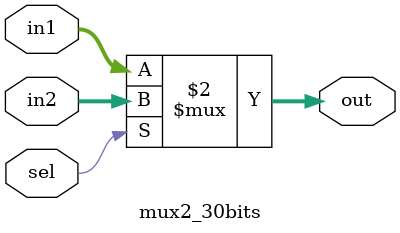
<source format=v>
`timescale 1ns / 1ps

/*================================================================================
This HDL-source code of the Ring-LWE Encryption Scheme is released under the 
MPL 1.1/GPL 2.0/LGPL 2.1 triple license.

------------------------------------------------------------------------------
Copyright (c) 2014, KU Leuven. All rights reserved.

The initial developer of this source code is Sujoy Sinha Roy, KU Leuven.
Contact Sujoy.SinhaRoy@esat.kuleuven.be for comments & questions.
Redistribution and use in source and binary forms, with or without
modification, are permitted provided that the following conditions are met:

  1. Redistributions of source code must retain the above copyright notice,
     this list of conditions and the following disclaimer.

  2. Redistributions in binary form must reproduce the above copyright 
     notice, this list of conditions and the following disclaimer in 
     the documentation and/or other materials provided with the distribution.

  3. The names of the authors may not be used to endorse or promote products
     derived from this HDL-source code without specific prior written permission.

THIS HDL-SOURCE CODE IS PROVIDED ``AS IS'' AND ANY EXPRESSED OR IMPLIED 
WARRANTIES, INCLUDING, BUT NOT LIMITED TO, THE IMPLIED WARRANTIES OF MERCHANTABILITY 
AND FITNESS FOR A PARTICULAR PURPOSE ARE DISCLAIMED. IN NO EVENT SHALL KU LEUVEN OR 
ANY CONTRIBUTORS TO THIS HDL-SOURCE CODE BE LIABLE FOR ANY DIRECT, INDIRECT, 
INCIDENTAL, SPECIAL, EXEMPLARY, OR CONSEQUENTIAL DAMAGES (INCLUDING, BUT NOT LIMITED TO, 
PROCUREMENT OF SUBSTITUTE GOODS OR SERVICES; LOSS OF USE, DATA, OR PROFITS; OR BUSINESS 
INTERRUPTION) HOWEVER CAUSED AND ON ANY THEORY OF LIABILITY, WHETHER IN CONTRACT, 
STRICT LIABILITY, OR TORT (INCLUDING NEGLIGENCE OR OTHERWISE) ARISING IN ANY WAY OUT 
OF THE USE OF THIS SOFTWARE, EVEN IF ADVISED OF THE POSSIBILITY OF SUCH DAMAGE.

================================================================================*/

/*
module mux2_18bits(in1, in2, sel, out);

input [17:0] in1, in2;
input sel;
output [17:0] out;

assign out = (sel==0) ? in1 : in2;

endmodule
*/

module mux2_30bits(in1, in2, sel, out);

input [29:0] in1, in2;
input sel;
output [29:0] out;

assign out = (sel==0) ? in1 : in2;

endmodule

</source>
